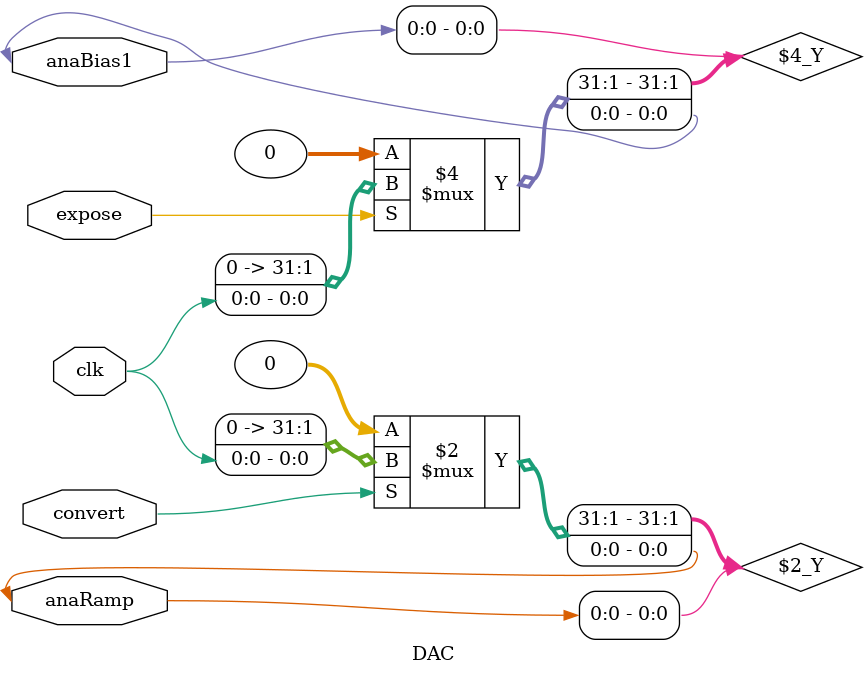
<source format=v>
`timescale 1 ns / 1 ps

module DAC
    (
        input wire         clk,
        inout wire         anaRamp,
        inout wire         anaBias1,
        input wire         expose,
        input wire         convert
    );


   // If we are to convert, then provide a clock via anaRamp
   // This does not model the real world behavior, as anaRamp would be a voltage from the ADC
   // however, we cheat
   assign anaRamp = convert ? clk : 0;

   // During expoure, provide a clock via anaBias1.
   // Again, no resemblence to real world, but we cheat.
   assign anaBias1 = expose ? clk : 0;

endmodule //DAC

</source>
